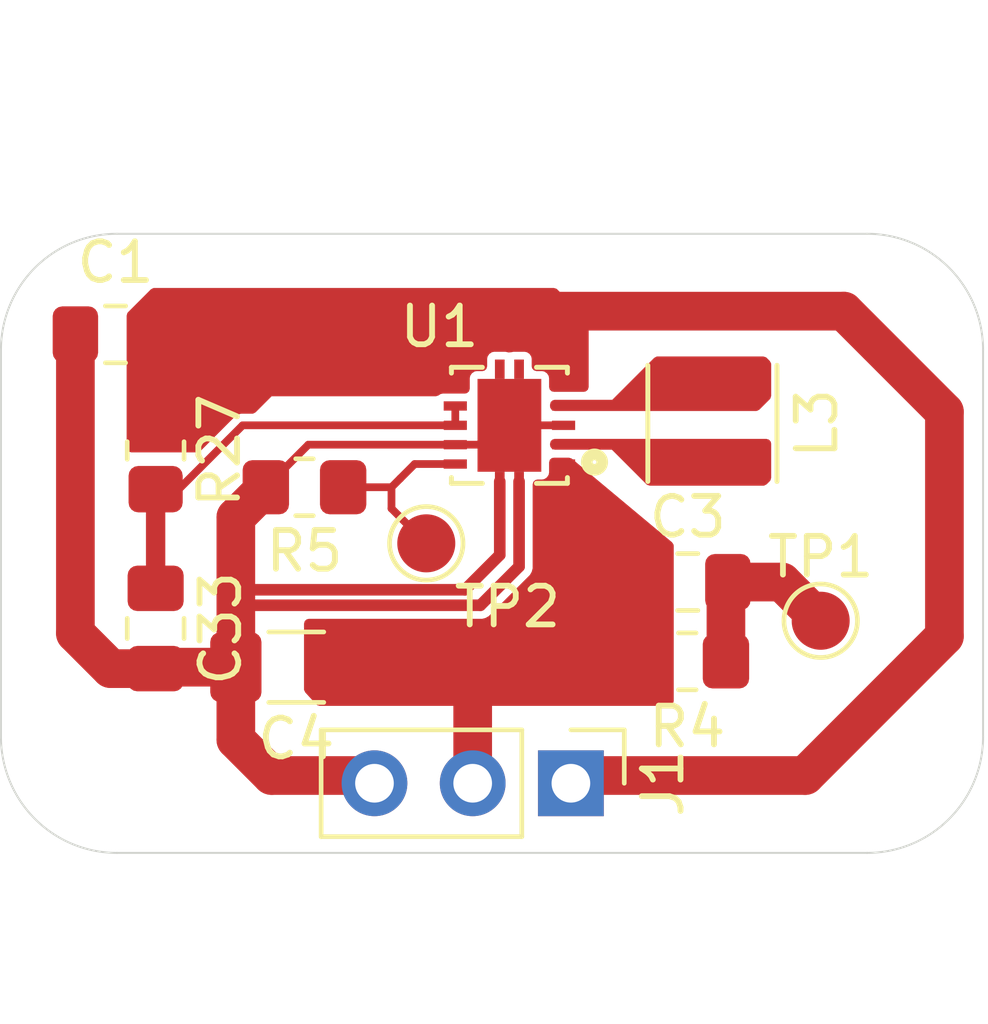
<source format=kicad_pcb>
(kicad_pcb (version 20241229) (generator "pcbnew") (generator_version "9.0")
  (layers (0 "F.Cu" signal) (2 "B.Cu" signal) (13 "F.Paste" user) (15 "B.Paste" user) (5 "F.SilkS" user "F.Silkscreen") (7 "B.SilkS" user "B.Silkscreen") (1 "F.Mask" user) (3 "B.Mask" user) (25 "Edge.Cuts" user))
  (net 0 "")
  (net 1 "GND")
  (net 2 "/V_{IN}")
  (net 3 "+3V3")
  (net 4 "/Buck-Boost Regulator Layout/FB")
  (net 5 "Net-(U9-PS{slash}SYNC)")
  (net 6 "Net-(U9-L2)")
  (net 7 "Net-(U9-L1)")
  (net 8 "Net-(C3-Pad2)")
  (footprint "TestPoint:TestPoint_Pad_D1.5mm" (layer "F.Cu") (at 126.8 76.2)
    (property "Reference" "TP1" (at 0 -1.648 0) (layer "F.SilkS"))
    (property "Value" "TestPoint")
    (fp_circle (center 0 0) (end 0 0.95) (stroke (width 0.12)) (fill no) (layer "F.SilkS"))
    (pad "1" smd circle (at 0 0) (size 1.5 1.5) (layers "F.Cu" "F.Mask") (net 8 "Net-(C3-Pad2)"))
  )
  (footprint "TestPoint:TestPoint_Pad_D1.5mm" (layer "F.Cu") (at 116.6 74.2)
    (property "Reference" "TP2" (at 2.1 1.64 0) (layer "F.SilkS"))
    (property "Value" "TestPoint")
    (fp_circle (center 0 0) (end 0 0.95) (stroke (width 0.12)) (fill no) (layer "F.SilkS"))
    (pad "1" smd circle (at 0 0) (size 1.5 1.5) (layers "F.Cu" "F.Mask") (net 4 "/Buck-Boost Regulator Layout/FB"))
  )
  (footprint "buckboost:IND_LQH3NPZ2R2MMEL" (layer "F.Cu") (at 124 71.1 90)
    (property "Reference" "L3" (at 0 2.7 90) (layer "F.SilkS"))
    (property "Value" "2.2uH")
    (fp_line (start -1.5 -1.67) (end 1.5 -1.67) (stroke (width 0.127)) (layer "F.SilkS"))
    (fp_line (start -1.5 1.67) (end 1.5 1.67) (stroke (width 0.127)) (layer "F.SilkS"))
    (pad "1" smd rect (at -1.1 0 90) (size 0.8 2.7) (layers "F.Cu" "F.Mask" "F.Paste") (net 6 "Net-(U9-L2)"))
    (pad "2" smd rect (at 1.1 0 90) (size 0.8 2.7) (layers "F.Cu" "F.Mask" "F.Paste") (net 7 "Net-(U9-L1)"))
  )
  (footprint "Resistor_SMD:R_0805_2012Metric_Pad1.20x1.40mm_HandSolder" (layer "F.Cu") (at 109.6 71.8 -90)
    (property "Reference" "R27" (at 0 -1.65 90) (layer "F.SilkS"))
    (property "Value" "100R")
    (fp_line (start -0.227064 0.735) (end 0.227064 0.735) (stroke (width 0.12)) (layer "F.SilkS"))
    (fp_line (start -0.227064 -0.735) (end 0.227064 -0.735) (stroke (width 0.12)) (layer "F.SilkS"))
    (pad "1" smd roundrect (at -1 0 270) (size 1.2 1.4) (layers "F.Cu" "F.Mask" "F.Paste") (roundrect_rratio 0.208333) (net 2 "/V_{IN}"))
    (pad "2" smd roundrect (at 1 0 270) (size 1.2 1.4) (layers "F.Cu" "F.Mask" "F.Paste") (roundrect_rratio 0.208333) (net 5 "Net-(U9-PS{slash}SYNC)"))
  )
  (footprint "buckboost:CONV_TPS63000DRCR" (layer "F.Cu") (at 118.75 71.15 180)
    (property "Reference" "U1" (at 1.81 2.55 0) (layer "F.SilkS") (effects (font (size 1.00078 1.00078))))
    (property "Value" "TPS63000")
    (fp_line (start 1.5 1.5) (end 1.5 1.35) (stroke (width 0.127)) (layer "F.SilkS"))
    (fp_line (start 1.5 -1.5) (end 1.5 -1.35) (stroke (width 0.127)) (layer "F.SilkS"))
    (fp_line (start 0.7 1.5) (end 1.5 1.5) (stroke (width 0.127)) (layer "F.SilkS"))
    (fp_line (start 0.7 -1.5) (end 1.5 -1.5) (stroke (width 0.127)) (layer "F.SilkS"))
    (fp_line (start -0.7 1.5) (end -1.5 1.5) (stroke (width 0.127)) (layer "F.SilkS"))
    (fp_line (start -0.7 -1.5) (end -1.5 -1.5) (stroke (width 0.127)) (layer "F.SilkS"))
    (fp_line (start -1.5 1.5) (end -1.5 1.35) (stroke (width 0.127)) (layer "F.SilkS"))
    (fp_line (start -1.5 -1.5) (end -1.5 -1.35) (stroke (width 0.127)) (layer "F.SilkS"))
    (fp_circle (center -2.2 -0.95) (end -2.15 -0.95) (stroke (width 0.3)) (fill no) (layer "F.SilkS"))
    (pad "1" smd rect (at -1.4 -1 180) (size 0.6 0.24) (layers "F.Cu" "F.Mask" "F.Paste") (net 3 "+3V3"))
    (pad "2" smd rect (at -1.4 -0.5 180) (size 0.6 0.24) (layers "F.Cu" "F.Mask" "F.Paste") (net 6 "Net-(U9-L2)"))
    (pad "3" smd rect (at -1.4 0 180) (size 0.6 0.24) (layers "F.Cu" "F.Mask" "F.Paste") (net 1 "GND"))
    (pad "4" smd rect (at -1.4 0.5 180) (size 0.6 0.24) (layers "F.Cu" "F.Mask" "F.Paste") (net 7 "Net-(U9-L1)"))
    (pad "5" smd rect (at -1.4 1 180) (size 0.6 0.24) (layers "F.Cu" "F.Mask" "F.Paste") (net 2 "/V_{IN}"))
    (pad "6" smd rect (at 1.4 1 180) (size 0.6 0.24) (layers "F.Cu" "F.Mask" "F.Paste") (net 2 "/V_{IN}"))
    (pad "7" smd rect (at 1.4 0.5 180) (size 0.6 0.24) (layers "F.Cu" "F.Mask" "F.Paste") (net 5 "Net-(U9-PS{slash}SYNC)"))
    (pad "8" smd rect (at 1.4 0 180) (size 0.6 0.24) (layers "F.Cu" "F.Mask" "F.Paste") (net 5 "Net-(U9-PS{slash}SYNC)"))
    (pad "9" smd rect (at 1.4 -0.5 180) (size 0.6 0.24) (layers "F.Cu" "F.Mask" "F.Paste") (net 1 "GND"))
    (pad "10" smd rect (at 1.4 -1 180) (size 0.6 0.24) (layers "F.Cu" "F.Mask" "F.Paste") (net 4 "/Buck-Boost Regulator Layout/FB"))
    (pad "11" smd rect (at 0 0 180) (size 1.65 2.4) (layers "F.Cu" "F.Mask") (net 1 "GND"))
    (pad "11_1" smd rect (at -0.25 -1.45 180) (size 0.25 0.5) (layers "F.Cu" "F.Mask") (net 1 "GND"))
    (pad "11_2" smd rect (at 0.25 -1.45 180) (size 0.25 0.5) (layers "F.Cu" "F.Mask") (net 1 "GND"))
    (pad "11_3" smd rect (at 0.25 1.45 180) (size 0.25 0.5) (layers "F.Cu" "F.Mask") (net 1 "GND"))
    (pad "11_4" smd rect (at -0.25 1.45 180) (size 0.25 0.5) (layers "F.Cu" "F.Mask") (net 1 "GND"))
  )
  (footprint "Resistor_SMD:R_0805_2012Metric_Pad1.20x1.40mm_HandSolder" (layer "F.Cu") (at 113.45 72.75 180)
    (property "Reference" "R5" (at 0 -1.65 0) (layer "F.SilkS"))
    (property "Value" "100k")
    (fp_line (start -0.227064 0.735) (end 0.227064 0.735) (stroke (width 0.12)) (layer "F.SilkS"))
    (fp_line (start -0.227064 -0.735) (end 0.227064 -0.735) (stroke (width 0.12)) (layer "F.SilkS"))
    (pad "1" smd roundrect (at -1 0 180) (size 1.2 1.4) (layers "F.Cu" "F.Mask" "F.Paste") (roundrect_rratio 0.208333) (net 4 "/Buck-Boost Regulator Layout/FB"))
    (pad "2" smd roundrect (at 1 0 180) (size 1.2 1.4) (layers "F.Cu" "F.Mask" "F.Paste") (roundrect_rratio 0.208333) (net 1 "GND"))
  )
  (footprint "Capacitor_SMD:C_0805_2012Metric_Pad1.18x1.45mm_HandSolder" (layer "F.Cu") (at 109.6 76.4 -90)
    (property "Reference" "C33" (at 0 -1.68 90) (layer "F.SilkS"))
    (property "Value" "100n")
    (fp_line (start -0.261252 0.735) (end 0.261252 0.735) (stroke (width 0.12)) (layer "F.SilkS"))
    (fp_line (start -0.261252 -0.735) (end 0.261252 -0.735) (stroke (width 0.12)) (layer "F.SilkS"))
    (pad "1" smd roundrect (at -1.0375 0 270) (size 1.175 1.45) (layers "F.Cu" "F.Mask" "F.Paste") (roundrect_rratio 0.212766) (net 5 "Net-(U9-PS{slash}SYNC)"))
    (pad "2" smd roundrect (at 1.0375 0 270) (size 1.175 1.45) (layers "F.Cu" "F.Mask" "F.Paste") (roundrect_rratio 0.212766) (net 1 "GND"))
  )
  (footprint "Capacitor_SMD:C_1206_3216Metric_Pad1.33x1.80mm_HandSolder" (layer "F.Cu") (at 113.2375 77.4 180)
    (property "Reference" "C4" (at 0 -1.85 0) (layer "F.SilkS"))
    (property "Value" "47uF")
    (fp_line (start -0.711252 0.91) (end 0.711252 0.91) (stroke (width 0.12)) (layer "F.SilkS"))
    (fp_line (start -0.711252 -0.91) (end 0.711252 -0.91) (stroke (width 0.12)) (layer "F.SilkS"))
    (pad "1" smd roundrect (at -1.5625 0 180) (size 1.325 1.8) (layers "F.Cu" "F.Mask" "F.Paste") (roundrect_rratio 0.188679) (net 3 "+3V3"))
    (pad "2" smd roundrect (at 1.5625 0 180) (size 1.325 1.8) (layers "F.Cu" "F.Mask" "F.Paste") (roundrect_rratio 0.188679) (net 1 "GND"))
  )
  (footprint "Resistor_SMD:R_0805_2012Metric_Pad1.20x1.40mm_HandSolder" (layer "F.Cu") (at 123.35 77.25)
    (property "Reference" "R4" (at 0 1.69 0) (layer "F.SilkS"))
    (property "Value" "560k")
    (fp_line (start -0.227064 -0.735) (end 0.227064 -0.735) (stroke (width 0.12)) (layer "F.SilkS"))
    (fp_line (start -0.227064 0.735) (end 0.227064 0.735) (stroke (width 0.12)) (layer "F.SilkS"))
    (pad "1" smd roundrect (at -1 0) (size 1.2 1.4) (layers "F.Cu" "F.Mask" "F.Paste") (roundrect_rratio 0.208333) (net 3 "+3V3"))
    (pad "2" smd roundrect (at 1 0) (size 1.2 1.4) (layers "F.Cu" "F.Mask" "F.Paste") (roundrect_rratio 0.208333) (net 8 "Net-(C3-Pad2)"))
  )
  (footprint "Capacitor_SMD:C_0805_2012Metric_Pad1.18x1.45mm_HandSolder" (layer "F.Cu") (at 123.3625 75.2)
    (property "Reference" "C3" (at 0 -1.68 0) (layer "F.SilkS"))
    (property "Value" "4p")
    (fp_line (start -0.261252 -0.735) (end 0.261252 -0.735) (stroke (width 0.12)) (layer "F.SilkS"))
    (fp_line (start -0.261252 0.735) (end 0.261252 0.735) (stroke (width 0.12)) (layer "F.SilkS"))
    (pad "1" smd roundrect (at -1.0375 0) (size 1.175 1.45) (layers "F.Cu" "F.Mask" "F.Paste") (roundrect_rratio 0.212766) (net 3 "+3V3"))
    (pad "2" smd roundrect (at 1.0375 0) (size 1.175 1.45) (layers "F.Cu" "F.Mask" "F.Paste") (roundrect_rratio 0.212766) (net 8 "Net-(C3-Pad2)"))
  )
  (footprint "Capacitor_SMD:C_0805_2012Metric_Pad1.18x1.45mm_HandSolder" (layer "F.Cu") (at 108.5625 68.8 180)
    (property "Reference" "C1" (at 0 1.86 0) (layer "F.SilkS"))
    (property "Value" "22uF")
    (fp_line (start -0.261252 0.735) (end 0.261252 0.735) (stroke (width 0.12)) (layer "F.SilkS"))
    (fp_line (start -0.261252 -0.735) (end 0.261252 -0.735) (stroke (width 0.12)) (layer "F.SilkS"))
    (pad "1" smd roundrect (at -1.0375 0 180) (size 1.175 1.45) (layers "F.Cu" "F.Mask" "F.Paste") (roundrect_rratio 0.212766) (net 2 "/V_{IN}"))
    (pad "2" smd roundrect (at 1.0375 0 180) (size 1.175 1.45) (layers "F.Cu" "F.Mask" "F.Paste") (roundrect_rratio 0.212766) (net 1 "GND"))
  )
  (footprint "Connector_PinHeader_2.54mm:PinHeader_1x03_P2.54mm_Vertical" (layer "F.Cu") (at 120.34 80.4 -90)
    (property "Reference" "J1" (at 0 -2.38 90) (layer "F.SilkS"))
    (property "Value" "Conn_01x03_Pin")
    (fp_line (start -1.38 6.46) (end 1.38 6.46) (stroke (width 0.12)) (layer "F.SilkS"))
    (fp_line (start -1.38 1.27) (end -1.38 6.46) (stroke (width 0.12)) (layer "F.SilkS"))
    (fp_line (start -1.38 1.27) (end 1.38 1.27) (stroke (width 0.12)) (layer "F.SilkS"))
    (fp_line (start 1.38 1.27) (end 1.38 6.46) (stroke (width 0.12)) (layer "F.SilkS"))
    (fp_line (start -1.38 0) (end -1.38 -1.38) (stroke (width 0.12)) (layer "F.SilkS"))
    (fp_line (start -1.38 -1.38) (end 0 -1.38) (stroke (width 0.12)) (layer "F.SilkS"))
    (pad "1" thru_hole rect (at 0 0 270) (size 1.7 1.7) (drill 1) (layers "*.Cu" "*.Mask") (net 2 "/V_{IN}"))
    (pad "2" thru_hole circle (at 0 2.54 270) (size 1.7 1.7) (drill 1) (layers "*.Cu" "*.Mask") (net 3 "+3V3"))
    (pad "3" thru_hole circle (at 0 5.08 270) (size 1.7 1.7) (drill 1) (layers "*.Cu" "*.Mask") (net 1 "GND"))
  )
  (gr_arc (start 131 79.2) (mid 130.12132 81.32132) (end 128 82.2) (stroke (width 0.05)) (layer "Edge.Cuts"))
  (gr_arc (start 128 66.2) (mid 130.12132 67.07868) (end 131 69.2) (stroke (width 0.05)) (layer "Edge.Cuts"))
  (gr_line (start 131 69.2) (end 131 79.2) (stroke (width 0.05)) (layer "Edge.Cuts"))
  (gr_arc (start 108.6 82.2) (mid 106.47868 81.32132) (end 105.6 79.2) (stroke (width 0.05)) (layer "Edge.Cuts"))
  (gr_line (start 108.6 66.2) (end 128 66.2) (stroke (width 0.05)) (layer "Edge.Cuts"))
  (gr_line (start 105.6 79.2) (end 105.6 69.2) (stroke (width 0.05)) (layer "Edge.Cuts"))
  (gr_arc (start 105.6 69.2) (mid 106.47868 67.07868) (end 108.6 66.2) (stroke (width 0.05)) (layer "Edge.Cuts"))
  (gr_line (start 128 82.2) (end 108.6 82.2) (stroke (width 0.05)) (layer "Edge.Cuts"))
  (segment (start 111.675 75.4) (end 111.675 73.525) (width 1) (layer "F.Cu") (net 1))
  (segment (start 113.55 71.65) (end 112.45 72.75) (width 0.2) (layer "F.Cu") (net 1))
  (segment (start 117.35 71.65) (end 117.957842 71.65) (width 0.2) (layer "F.Cu") (net 1))
  (segment (start 112.075 75.8) (end 111.675 75.4) (width 0.3) (layer "F.Cu") (net 1))
  (segment (start 111.675 79.275) (end 111.675 77.4) (width 1) (layer "F.Cu") (net 1))
  (segment (start 118.175 71.432842) (end 118.175 71.15) (width 0.2) (layer "F.Cu") (net 1))
  (segment (start 111.675 77.4) (end 109.6375 77.4) (width 1) (layer "F.Cu") (net 1))
  (segment (start 111.675 73.525) (end 112.45 72.75) (width 1) (layer "F.Cu") (net 1))
  (segment (start 120.15 71.15) (end 118.75 71.15) (width 0.2) (layer "F.Cu") (net 1))
  (segment (start 109.6375 77.4) (end 109.6 77.4375) (width 1) (layer "F.Cu") (net 1))
  (segment (start 117.6 75.4) (end 111.675 75.4) (width 0.3) (layer "F.Cu") (net 1))
  (segment (start 107.525 76.525) (end 107.525 68.8) (width 1) (layer "F.Cu") (net 1))
  (segment (start 118.5 72.6) (end 118.5 74.5) (width 0.3) (layer "F.Cu") (net 1))
  (segment (start 118 75.8) (end 112.075 75.8) (width 0.3) (layer "F.Cu") (net 1))
  (segment (start 112.6 80.2) (end 111.675 79.275) (width 1) (layer "F.Cu") (net 1))
  (segment (start 118.5 74.5) (end 117.6 75.4) (width 0.3) (layer "F.Cu") (net 1))
  (segment (start 119 74.8) (end 118 75.8) (width 0.3) (layer "F.Cu") (net 1))
  (segment (start 108.4375 77.4375) (end 107.525 76.525) (width 1) (layer "F.Cu") (net 1))
  (segment (start 117.957842 71.65) (end 118.175 71.432842) (width 0.2) (layer "F.Cu") (net 1))
  (segment (start 115.26 80.4) (end 115.06 80.2) (width 1) (layer "F.Cu") (net 1))
  (segment (start 111.675 77.4) (end 111.675 75.4) (width 1) (layer "F.Cu") (net 1))
  (segment (start 115.06 80.2) (end 112.6 80.2) (width 1) (layer "F.Cu") (net 1))
  (segment (start 109.6 77.4375) (end 108.4375 77.4375) (width 1) (layer "F.Cu") (net 1))
  (segment (start 117.35 71.65) (end 113.55 71.65) (width 0.2) (layer "F.Cu") (net 1))
  (segment (start 119 72.6) (end 119 74.8) (width 0.3) (layer "F.Cu") (net 1))
  (segment (start 120.54 80.2) (end 126.4 80.2) (width 1) (layer "F.Cu") (net 2))
  (segment (start 110.85 70.15) (end 110.2 70.8) (width 0.2) (layer "F.Cu") (net 2))
  (segment (start 110.2 70.8) (end 109.6 70.8) (width 0.2) (layer "F.Cu") (net 2))
  (segment (start 127.4 68.2) (end 118.6 68.2) (width 1) (layer "F.Cu") (net 2))
  (segment (start 117.35 70.15) (end 110.85 70.15) (width 0.2) (layer "F.Cu") (net 2))
  (segment (start 120.34 80.4) (end 120.54 80.2) (width 1) (layer "F.Cu") (net 2))
  (segment (start 130 76.6) (end 130 70.8) (width 1) (layer "F.Cu") (net 2))
  (segment (start 126.4 80.2) (end 130 76.6) (width 1) (layer "F.Cu") (net 2))
  (segment (start 130 70.8) (end 127.4 68.2) (width 1) (layer "F.Cu") (net 2))
  (segment (start 117.8 80.4) (end 117.8 77.4) (width 1) (layer "F.Cu") (net 3))
  (segment (start 115.7 73.3) (end 115.7 72.75) (width 0.2) (layer "F.Cu") (net 4))
  (segment (start 115.925 72.525) (end 116.3 72.15) (width 0.2) (layer "F.Cu") (net 4))
  (segment (start 116.3 72.15) (end 117.35 72.15) (width 0.2) (layer "F.Cu") (net 4))
  (segment (start 114.45 72.75) (end 115.7 72.75) (width 0.2) (layer "F.Cu") (net 4))
  (segment (start 115.7 72.75) (end 115.925 72.525) (width 0.2) (layer "F.Cu") (net 4))
  (segment (start 114.45 72.85) (end 114.45 72.75) (width 0.2) (layer "F.Cu") (net 4))
  (segment (start 116.6 74.2) (end 115.7 73.3) (width 0.2) (layer "F.Cu") (net 4))
  (segment (start 117.35 71.15) (end 117.35 70.65) (width 0.2) (layer "F.Cu") (net 5))
  (segment (start 111.85 71.15) (end 110.2 72.8) (width 0.2) (layer "F.Cu") (net 5))
  (segment (start 109.6 75.3625) (end 109.6 72.8) (width 0.5) (layer "F.Cu") (net 5))
  (segment (start 110.2 72.8) (end 109.6 72.8) (width 0.2) (layer "F.Cu") (net 5))
  (segment (start 117.35 71.15) (end 111.85 71.15) (width 0.2) (layer "F.Cu") (net 5))
  (segment (start 124.4 75.2) (end 125.8 75.2) (width 1) (layer "F.Cu") (net 8))
  (segment (start 125.8 75.2) (end 126.8 76.2) (width 1) (layer "F.Cu") (net 8))
  (segment (start 124.35 75.25) (end 124.4 75.2) (width 1) (layer "F.Cu") (net 8))
  (segment (start 124.35 77.25) (end 124.35 75.25) (width 1) (layer "F.Cu") (net 8))
  (zone (net 7) (net_name "Net-(U9-L1)") (layer "F.Cu") (name "U10_L1") (priority 5) (connect_pads yes (clearance 0.15)) (min_thickness 0.25) (fill yes (thermal_gap 0.5) (thermal_bridge_width 0.5))
    (polygon (pts (xy 119.8 70.78) (xy 119.8 70.49) (xy 121.41 70.49) (xy 122.53 69.37) (xy 125.3675 69.37) (xy 125.52 69.5225) (xy 125.52 70.44) (xy 125.18 70.78)))
  )
  (zone (net 3) (net_name "+3V3") (layer "F.Cu") (name "3v3") (priority 1) (connect_pads yes (clearance 0.15)) (min_thickness 0.25) (fill yes (thermal_gap 0.5) (thermal_bridge_width 0.5))
    (polygon (pts (xy 119.8 71.9) (xy 120.230543 71.9) (xy 123 74.209627) (xy 123 78.369199) (xy 122.969199 78.4) (xy 113.7875 78.4) (xy 113.4375 78.018182) (xy 113.4375 74.3625) (xy 114.45 73.35) (xy 118.35 73.35)))
  )
  (zone (net 2) (net_name "/V_{IN}") (layer "F.Cu") (name "VIN") (connect_pads yes (clearance 0.15)) (min_thickness 0.25) (fill yes (thermal_gap 0.5) (thermal_bridge_width 0.5))
    (polygon (pts (xy 108.85 71.85) (xy 111.15 71.85) (xy 112.6 70.4) (xy 120.8 70.4) (xy 120.8 68.45) (xy 119.95 67.6) (xy 109.5125 67.6) (xy 108.85 68.2625)))
  )
  (zone (net 6) (net_name "Net-(U9-L2)") (layer "F.Cu") (name "U10_L2") (priority 5) (connect_pads yes (clearance 0.15)) (min_thickness 0.25) (fill yes (thermal_gap 0.5) (thermal_bridge_width 0.5))
    (polygon (pts (xy 119.8 71.5) (xy 119.8 71.78) (xy 121.4 71.78) (xy 122.33 72.71) (xy 125.3675 72.71) (xy 125.52 72.5575) (xy 125.52 71.54) (xy 125.48 71.5)))
  )
)
</source>
